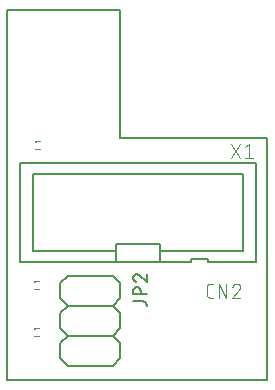
<source format=gto>
G04 EAGLE Gerber RS-274X export*
G75*
%MOMM*%
%FSLAX34Y34*%
%LPD*%
%INSilk top*%
%IPPOS*%
%AMOC8*
5,1,8,0,0,1.08239X$1,22.5*%
G01*
%ADD10C,0.152400*%
%ADD11C,0.203200*%
%ADD12C,0.101600*%
%ADD13C,0.127000*%
%ADD14R,0.250000X0.225000*%


D10*
X0Y30000D02*
X0Y342900D01*
X95000Y342900D01*
X95000Y234950D01*
X220000Y234950D01*
X220000Y30000D01*
X0Y30000D01*
D11*
X10490Y213450D02*
X210490Y213450D01*
X210490Y129450D01*
X169870Y129450D01*
X169870Y132450D01*
X155080Y132450D01*
X155080Y129450D01*
X129320Y129450D01*
X129320Y144950D01*
X91660Y144950D01*
X91660Y129450D01*
X129320Y129450D01*
X91660Y129450D02*
X10490Y129450D01*
X10490Y213450D01*
X21740Y204200D02*
X199240Y204200D01*
X199240Y138700D01*
X129320Y138700D01*
X91660Y138700D02*
X21740Y138700D01*
X21740Y204200D01*
D12*
X189398Y217678D02*
X197187Y229362D01*
X189398Y229362D02*
X197187Y217678D01*
X201477Y226766D02*
X204723Y229362D01*
X204723Y217678D01*
X207968Y217678D02*
X201477Y217678D01*
X173961Y99608D02*
X171364Y99608D01*
X171265Y99610D01*
X171165Y99616D01*
X171066Y99625D01*
X170968Y99638D01*
X170870Y99655D01*
X170772Y99676D01*
X170676Y99701D01*
X170581Y99729D01*
X170487Y99761D01*
X170394Y99796D01*
X170302Y99835D01*
X170212Y99878D01*
X170124Y99923D01*
X170037Y99973D01*
X169953Y100025D01*
X169870Y100081D01*
X169790Y100139D01*
X169712Y100201D01*
X169637Y100266D01*
X169564Y100334D01*
X169494Y100404D01*
X169426Y100477D01*
X169361Y100552D01*
X169299Y100630D01*
X169241Y100710D01*
X169185Y100793D01*
X169133Y100877D01*
X169083Y100964D01*
X169038Y101052D01*
X168995Y101142D01*
X168956Y101234D01*
X168921Y101327D01*
X168889Y101421D01*
X168861Y101516D01*
X168836Y101612D01*
X168815Y101710D01*
X168798Y101808D01*
X168785Y101906D01*
X168776Y102005D01*
X168770Y102105D01*
X168768Y102204D01*
X168768Y108696D01*
X168770Y108795D01*
X168776Y108895D01*
X168785Y108994D01*
X168798Y109092D01*
X168815Y109190D01*
X168836Y109288D01*
X168861Y109384D01*
X168889Y109479D01*
X168921Y109573D01*
X168956Y109666D01*
X168995Y109758D01*
X169038Y109848D01*
X169083Y109936D01*
X169133Y110023D01*
X169185Y110107D01*
X169241Y110190D01*
X169299Y110270D01*
X169361Y110348D01*
X169426Y110423D01*
X169494Y110496D01*
X169564Y110566D01*
X169637Y110634D01*
X169712Y110699D01*
X169790Y110761D01*
X169870Y110819D01*
X169953Y110875D01*
X170037Y110927D01*
X170124Y110977D01*
X170212Y111022D01*
X170302Y111065D01*
X170394Y111104D01*
X170486Y111139D01*
X170581Y111171D01*
X170676Y111199D01*
X170772Y111224D01*
X170870Y111245D01*
X170968Y111262D01*
X171066Y111275D01*
X171165Y111284D01*
X171265Y111290D01*
X171364Y111292D01*
X173961Y111292D01*
X178707Y111292D02*
X178707Y99608D01*
X185198Y99608D02*
X178707Y111292D01*
X185198Y111292D02*
X185198Y99608D01*
X194088Y111292D02*
X194195Y111290D01*
X194301Y111284D01*
X194407Y111274D01*
X194513Y111261D01*
X194619Y111243D01*
X194723Y111222D01*
X194827Y111197D01*
X194930Y111168D01*
X195031Y111136D01*
X195131Y111099D01*
X195230Y111059D01*
X195328Y111016D01*
X195424Y110969D01*
X195518Y110918D01*
X195610Y110864D01*
X195700Y110807D01*
X195788Y110747D01*
X195873Y110683D01*
X195956Y110616D01*
X196037Y110546D01*
X196115Y110474D01*
X196191Y110398D01*
X196263Y110320D01*
X196333Y110239D01*
X196400Y110156D01*
X196464Y110071D01*
X196524Y109983D01*
X196581Y109893D01*
X196635Y109801D01*
X196686Y109707D01*
X196733Y109611D01*
X196776Y109513D01*
X196816Y109414D01*
X196853Y109314D01*
X196885Y109213D01*
X196914Y109110D01*
X196939Y109006D01*
X196960Y108902D01*
X196978Y108796D01*
X196991Y108690D01*
X197001Y108584D01*
X197007Y108478D01*
X197009Y108371D01*
X194088Y111292D02*
X193967Y111290D01*
X193846Y111284D01*
X193726Y111274D01*
X193605Y111261D01*
X193486Y111243D01*
X193366Y111222D01*
X193248Y111197D01*
X193131Y111168D01*
X193014Y111135D01*
X192899Y111099D01*
X192785Y111058D01*
X192672Y111015D01*
X192560Y110967D01*
X192451Y110916D01*
X192343Y110861D01*
X192236Y110803D01*
X192132Y110742D01*
X192030Y110677D01*
X191930Y110609D01*
X191832Y110538D01*
X191736Y110464D01*
X191643Y110387D01*
X191553Y110306D01*
X191465Y110223D01*
X191380Y110137D01*
X191297Y110048D01*
X191218Y109957D01*
X191141Y109863D01*
X191068Y109767D01*
X190998Y109669D01*
X190931Y109568D01*
X190867Y109465D01*
X190807Y109360D01*
X190750Y109253D01*
X190696Y109145D01*
X190646Y109035D01*
X190600Y108923D01*
X190557Y108810D01*
X190518Y108695D01*
X196036Y106099D02*
X196115Y106176D01*
X196191Y106257D01*
X196264Y106340D01*
X196334Y106425D01*
X196401Y106513D01*
X196465Y106603D01*
X196525Y106695D01*
X196582Y106790D01*
X196636Y106886D01*
X196687Y106984D01*
X196734Y107084D01*
X196778Y107186D01*
X196818Y107289D01*
X196854Y107393D01*
X196886Y107499D01*
X196915Y107605D01*
X196940Y107713D01*
X196962Y107821D01*
X196979Y107931D01*
X196993Y108040D01*
X197002Y108150D01*
X197008Y108261D01*
X197010Y108371D01*
X196036Y106099D02*
X190518Y99608D01*
X197009Y99608D01*
D10*
X95600Y48250D02*
X89250Y41900D01*
X95600Y60950D02*
X89250Y67300D01*
X95600Y73650D01*
X95600Y86350D02*
X89250Y92700D01*
X89250Y41900D02*
X51150Y41900D01*
X44800Y48250D01*
X44800Y60950D01*
X51150Y67300D01*
X44800Y73650D01*
X44800Y86350D01*
X51150Y92700D01*
X51150Y67300D02*
X89250Y67300D01*
X89250Y92700D02*
X51150Y92700D01*
X95600Y86350D02*
X95600Y73650D01*
X95600Y60950D02*
X95600Y48250D01*
X89250Y92700D02*
X95600Y99050D01*
X95600Y111750D02*
X89250Y118100D01*
X51150Y92700D02*
X44800Y99050D01*
X44800Y111750D01*
X51150Y118100D01*
X89250Y118100D01*
X95600Y111750D02*
X95600Y99050D01*
D13*
X106385Y96345D02*
X115275Y96345D01*
X115375Y96343D01*
X115474Y96337D01*
X115574Y96327D01*
X115672Y96314D01*
X115771Y96296D01*
X115868Y96275D01*
X115964Y96250D01*
X116060Y96221D01*
X116154Y96188D01*
X116247Y96152D01*
X116338Y96112D01*
X116428Y96068D01*
X116516Y96021D01*
X116602Y95971D01*
X116686Y95917D01*
X116768Y95860D01*
X116847Y95800D01*
X116925Y95736D01*
X116999Y95670D01*
X117071Y95601D01*
X117140Y95529D01*
X117206Y95455D01*
X117270Y95377D01*
X117330Y95298D01*
X117387Y95216D01*
X117441Y95132D01*
X117491Y95046D01*
X117538Y94958D01*
X117582Y94868D01*
X117622Y94777D01*
X117658Y94684D01*
X117691Y94590D01*
X117720Y94494D01*
X117745Y94398D01*
X117766Y94301D01*
X117784Y94202D01*
X117797Y94104D01*
X117807Y94004D01*
X117813Y93905D01*
X117815Y93805D01*
X117815Y92535D01*
X117815Y102325D02*
X106385Y102325D01*
X106385Y105500D01*
X106387Y105611D01*
X106393Y105721D01*
X106402Y105832D01*
X106416Y105942D01*
X106433Y106051D01*
X106454Y106160D01*
X106479Y106268D01*
X106508Y106375D01*
X106540Y106481D01*
X106576Y106586D01*
X106616Y106689D01*
X106659Y106791D01*
X106706Y106892D01*
X106757Y106991D01*
X106810Y107087D01*
X106867Y107182D01*
X106928Y107275D01*
X106991Y107366D01*
X107058Y107455D01*
X107128Y107541D01*
X107201Y107624D01*
X107276Y107706D01*
X107354Y107784D01*
X107436Y107859D01*
X107519Y107932D01*
X107605Y108002D01*
X107694Y108069D01*
X107785Y108132D01*
X107878Y108193D01*
X107973Y108250D01*
X108069Y108303D01*
X108168Y108354D01*
X108269Y108401D01*
X108371Y108444D01*
X108474Y108484D01*
X108579Y108520D01*
X108685Y108552D01*
X108792Y108581D01*
X108900Y108606D01*
X109009Y108627D01*
X109118Y108644D01*
X109228Y108658D01*
X109339Y108667D01*
X109449Y108673D01*
X109560Y108675D01*
X109671Y108673D01*
X109781Y108667D01*
X109892Y108658D01*
X110002Y108644D01*
X110111Y108627D01*
X110220Y108606D01*
X110328Y108581D01*
X110435Y108552D01*
X110541Y108520D01*
X110646Y108484D01*
X110749Y108444D01*
X110851Y108401D01*
X110952Y108354D01*
X111051Y108303D01*
X111148Y108250D01*
X111242Y108193D01*
X111335Y108132D01*
X111426Y108069D01*
X111515Y108002D01*
X111601Y107932D01*
X111684Y107859D01*
X111766Y107784D01*
X111844Y107706D01*
X111919Y107624D01*
X111992Y107541D01*
X112062Y107455D01*
X112129Y107366D01*
X112192Y107275D01*
X112253Y107182D01*
X112310Y107088D01*
X112363Y106991D01*
X112414Y106892D01*
X112461Y106791D01*
X112504Y106689D01*
X112544Y106586D01*
X112580Y106481D01*
X112612Y106375D01*
X112641Y106268D01*
X112666Y106160D01*
X112687Y106051D01*
X112704Y105942D01*
X112718Y105832D01*
X112727Y105721D01*
X112733Y105611D01*
X112735Y105500D01*
X112735Y102325D01*
X106385Y116676D02*
X106387Y116780D01*
X106393Y116885D01*
X106402Y116989D01*
X106415Y117092D01*
X106433Y117195D01*
X106453Y117297D01*
X106478Y117399D01*
X106506Y117499D01*
X106538Y117599D01*
X106574Y117697D01*
X106613Y117794D01*
X106655Y117889D01*
X106701Y117983D01*
X106751Y118075D01*
X106803Y118165D01*
X106859Y118253D01*
X106919Y118339D01*
X106981Y118423D01*
X107046Y118504D01*
X107114Y118583D01*
X107186Y118660D01*
X107259Y118733D01*
X107336Y118805D01*
X107415Y118873D01*
X107496Y118938D01*
X107580Y119000D01*
X107666Y119060D01*
X107754Y119116D01*
X107844Y119168D01*
X107936Y119218D01*
X108030Y119264D01*
X108125Y119306D01*
X108222Y119345D01*
X108320Y119381D01*
X108420Y119413D01*
X108520Y119441D01*
X108622Y119466D01*
X108724Y119486D01*
X108827Y119504D01*
X108930Y119517D01*
X109034Y119526D01*
X109139Y119532D01*
X109243Y119534D01*
X106385Y116676D02*
X106387Y116558D01*
X106393Y116439D01*
X106402Y116321D01*
X106415Y116204D01*
X106433Y116087D01*
X106453Y115970D01*
X106478Y115854D01*
X106506Y115739D01*
X106539Y115626D01*
X106574Y115513D01*
X106614Y115401D01*
X106656Y115291D01*
X106703Y115182D01*
X106753Y115074D01*
X106806Y114969D01*
X106863Y114865D01*
X106923Y114763D01*
X106986Y114663D01*
X107053Y114565D01*
X107122Y114469D01*
X107195Y114376D01*
X107271Y114285D01*
X107349Y114196D01*
X107431Y114110D01*
X107515Y114027D01*
X107601Y113946D01*
X107691Y113869D01*
X107782Y113794D01*
X107876Y113722D01*
X107973Y113653D01*
X108071Y113588D01*
X108172Y113525D01*
X108275Y113466D01*
X108379Y113410D01*
X108485Y113358D01*
X108593Y113309D01*
X108702Y113264D01*
X108813Y113222D01*
X108925Y113184D01*
X111465Y118582D02*
X111390Y118658D01*
X111311Y118733D01*
X111230Y118804D01*
X111146Y118873D01*
X111060Y118938D01*
X110972Y119000D01*
X110882Y119060D01*
X110790Y119116D01*
X110695Y119169D01*
X110599Y119218D01*
X110501Y119264D01*
X110402Y119307D01*
X110301Y119346D01*
X110199Y119381D01*
X110096Y119413D01*
X109992Y119441D01*
X109887Y119466D01*
X109780Y119487D01*
X109674Y119504D01*
X109567Y119517D01*
X109459Y119526D01*
X109351Y119532D01*
X109243Y119534D01*
X111465Y118581D02*
X117815Y113184D01*
X117815Y119534D01*
D12*
X27400Y232100D02*
X23400Y232100D01*
X23400Y225100D02*
X27400Y225100D01*
D14*
X24150Y231475D03*
D12*
X22800Y73700D02*
X26800Y73700D01*
X26800Y66700D02*
X22800Y66700D01*
D14*
X23550Y73075D03*
D12*
X22300Y113800D02*
X26300Y113800D01*
X26300Y106800D02*
X22300Y106800D01*
D14*
X23050Y113175D03*
M02*

</source>
